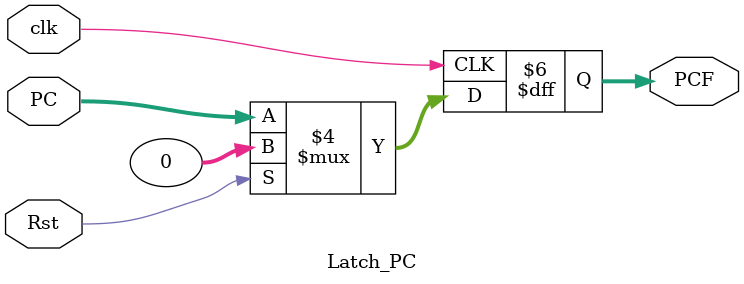
<source format=v>
module  Latch_PC(
    input               clk,

    input       [31:0]  PC,
    input               Rst,

    output  reg [31:0]  PCF
);

always @(posedge clk)begin
    if(!Rst) begin
            
           PCF <= PC;
        end
    else
        PCF <= 32'b0;
end

endmodule
</source>
